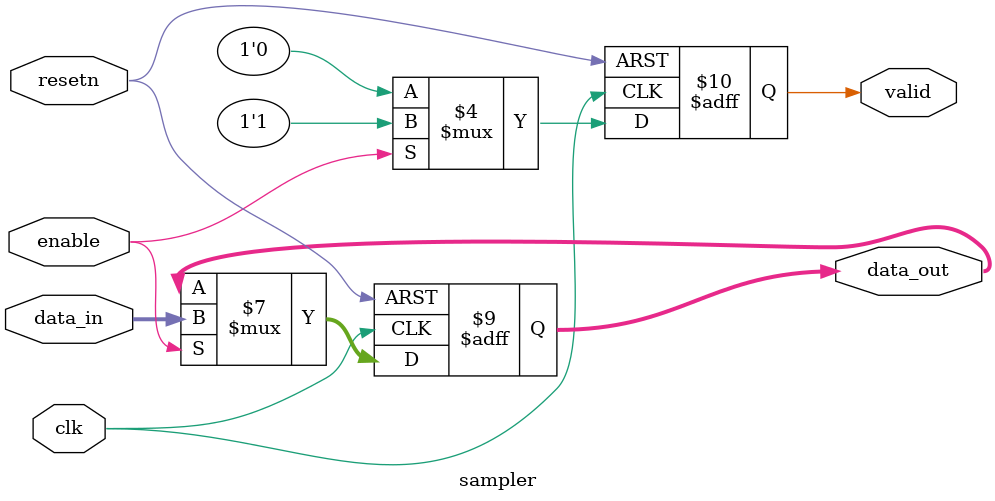
<source format=v>
`timescale 1ns / 1ps
module sampler(
    input clk,              // 采样时钟 (27MHz)
    input resetn,           // 复位信号，低有效
    input [7:0] data_in,    // 8通道输入信号
    input enable,           // 采样使能
    output reg [7:0] data_out,  // 采样数据输出
    output reg valid            // 数据有效信号
);

// 简单的同步采样（在采样时钟上升沿采样）
// enable信号为高时，采样输入信号并输出有效标志
always @(posedge clk or negedge resetn) begin
    if (~resetn) begin
        data_out <= 8'b0;
        valid <= 1'b0;
    end else begin
        if (enable) begin
            data_out <= data_in;  // 采样输入信号
            valid <= 1'b1;        // 数据有效
        end else begin
            // enable为低时，保持数据但清除valid标志
            // 这样确保只有enable为高时的数据才被认为是有效的
            valid <= 1'b0;
        end
    end
end

endmodule


</source>
